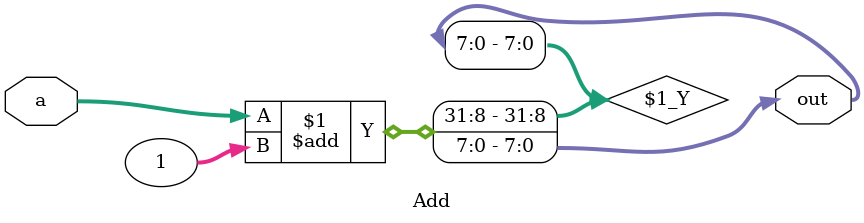
<source format=v>
`timescale 1ns / 1ps

module Add(a, out);
input[7:0] a;
output [7:0] out;

assign out=a+1;

endmodule

</source>
